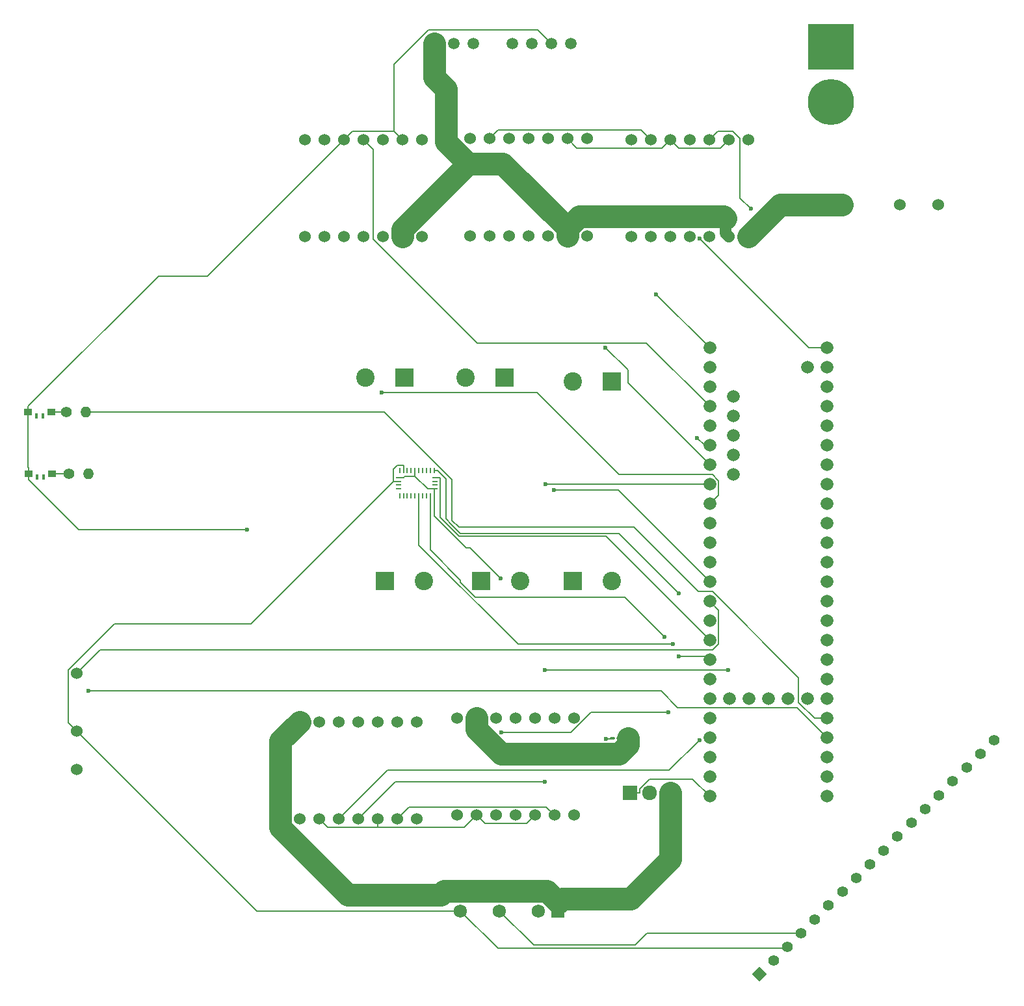
<source format=gtl>
%TF.GenerationSoftware,KiCad,Pcbnew,8.0.5*%
%TF.CreationDate,2024-11-19T17:17:41-05:00*%
%TF.ProjectId,RoboCup25PCBv1,526f626f-4375-4703-9235-50434276312e,rev?*%
%TF.SameCoordinates,Original*%
%TF.FileFunction,Copper,L1,Top*%
%TF.FilePolarity,Positive*%
%FSLAX46Y46*%
G04 Gerber Fmt 4.6, Leading zero omitted, Abs format (unit mm)*
G04 Created by KiCad (PCBNEW 8.0.5) date 2024-11-19 17:17:41*
%MOMM*%
%LPD*%
G01*
G04 APERTURE LIST*
G04 Aperture macros list*
%AMRoundRect*
0 Rectangle with rounded corners*
0 $1 Rounding radius*
0 $2 $3 $4 $5 $6 $7 $8 $9 X,Y pos of 4 corners*
0 Add a 4 corners polygon primitive as box body*
4,1,4,$2,$3,$4,$5,$6,$7,$8,$9,$2,$3,0*
0 Add four circle primitives for the rounded corners*
1,1,$1+$1,$2,$3*
1,1,$1+$1,$4,$5*
1,1,$1+$1,$6,$7*
1,1,$1+$1,$8,$9*
0 Add four rect primitives between the rounded corners*
20,1,$1+$1,$2,$3,$4,$5,0*
20,1,$1+$1,$4,$5,$6,$7,0*
20,1,$1+$1,$6,$7,$8,$9,0*
20,1,$1+$1,$8,$9,$2,$3,0*%
%AMRotRect*
0 Rectangle, with rotation*
0 The origin of the aperture is its center*
0 $1 length*
0 $2 width*
0 $3 Rotation angle, in degrees counterclockwise*
0 Add horizontal line*
21,1,$1,$2,0,0,$3*%
G04 Aperture macros list end*
%TA.AperFunction,ComponentPad*%
%ADD10R,2.400000X2.400000*%
%TD*%
%TA.AperFunction,ComponentPad*%
%ADD11C,2.400000*%
%TD*%
%TA.AperFunction,ComponentPad*%
%ADD12C,1.524000*%
%TD*%
%TA.AperFunction,ComponentPad*%
%ADD13R,1.920000X1.920000*%
%TD*%
%TA.AperFunction,ComponentPad*%
%ADD14C,1.920000*%
%TD*%
%TA.AperFunction,ComponentPad*%
%ADD15R,1.725000X1.725000*%
%TD*%
%TA.AperFunction,ComponentPad*%
%ADD16C,1.725000*%
%TD*%
%TA.AperFunction,SMDPad,CuDef*%
%ADD17R,0.254000X0.675000*%
%TD*%
%TA.AperFunction,SMDPad,CuDef*%
%ADD18R,0.675000X0.254000*%
%TD*%
%TA.AperFunction,ComponentPad*%
%ADD19C,1.400000*%
%TD*%
%TA.AperFunction,ComponentPad*%
%ADD20O,1.400000X1.400000*%
%TD*%
%TA.AperFunction,ComponentPad*%
%ADD21R,1.508000X1.508000*%
%TD*%
%TA.AperFunction,ComponentPad*%
%ADD22C,1.508000*%
%TD*%
%TA.AperFunction,SMDPad,CuDef*%
%ADD23R,1.000000X0.900000*%
%TD*%
%TA.AperFunction,SMDPad,CuDef*%
%ADD24R,0.400000X0.800000*%
%TD*%
%TA.AperFunction,ComponentPad*%
%ADD25C,1.665000*%
%TD*%
%TA.AperFunction,SMDPad,CuDef*%
%ADD26RoundRect,0.100000X-0.217500X-0.100000X0.217500X-0.100000X0.217500X0.100000X-0.217500X0.100000X0*%
%TD*%
%TA.AperFunction,ComponentPad*%
%ADD27C,6.000000*%
%TD*%
%TA.AperFunction,ComponentPad*%
%ADD28R,6.000000X6.000000*%
%TD*%
%TA.AperFunction,ComponentPad*%
%ADD29RotRect,1.398000X1.398000X45.000000*%
%TD*%
%TA.AperFunction,ComponentPad*%
%ADD30C,1.398000*%
%TD*%
%TA.AperFunction,ViaPad*%
%ADD31C,0.600000*%
%TD*%
%TA.AperFunction,Conductor*%
%ADD32C,0.200000*%
%TD*%
%TA.AperFunction,Conductor*%
%ADD33C,1.523800*%
%TD*%
%TA.AperFunction,Conductor*%
%ADD34C,3.000000*%
%TD*%
%TA.AperFunction,Conductor*%
%ADD35C,0.400600*%
%TD*%
%TA.AperFunction,Conductor*%
%ADD36C,1.919800*%
%TD*%
%TA.AperFunction,Conductor*%
%ADD37C,1.724800*%
%TD*%
G04 APERTURE END LIST*
D10*
%TO.P,J2,1,Pin_1*%
%TO.N,Net-(J2-Pin_1)*%
X332920000Y-201000000D03*
D11*
%TO.P,J2,2,Pin_2*%
%TO.N,12V GND*%
X338000000Y-201000000D03*
%TD*%
D12*
%TO.P,DRV8874_Carrier_Board3,1,VM*%
%TO.N,unconnected-(DRV8874_Carrier_Board3-VM-Pad1)*%
X317840000Y-231500000D03*
%TO.P,DRV8874_Carrier_Board3,2,GND*%
%TO.N,5V GND*%
X320380000Y-231500000D03*
%TO.P,DRV8874_Carrier_Board3,3,IN1*%
%TO.N,DIR2*%
X322920000Y-231500000D03*
%TO.P,DRV8874_Carrier_Board3,4,IN2*%
%TO.N,PWM2*%
X325460000Y-231500000D03*
%TO.P,DRV8874_Carrier_Board3,5,PMODE*%
%TO.N,5V GND*%
X328000000Y-231500000D03*
%TO.P,DRV8874_Carrier_Board3,6,SLP*%
%TO.N,5V*%
X330540000Y-231500000D03*
%TO.P,DRV8874_Carrier_Board3,7,VREF*%
%TO.N,unconnected-(DRV8874_Carrier_Board3-VREF-Pad7)*%
X333080000Y-231500000D03*
%TO.P,DRV8874_Carrier_Board3,8,CS*%
%TO.N,unconnected-(DRV8874_Carrier_Board3-CS-Pad8)*%
X333080000Y-218840000D03*
%TO.P,DRV8874_Carrier_Board3,9,FLT*%
%TO.N,unconnected-(DRV8874_Carrier_Board3-FLT-Pad9)*%
X330540000Y-218840000D03*
%TO.P,DRV8874_Carrier_Board3,10,IMODE*%
%TO.N,unconnected-(DRV8874_Carrier_Board3-IMODE-Pad10)*%
X328000000Y-218840000D03*
%TO.P,DRV8874_Carrier_Board3,11,OUT2*%
%TO.N,Net-(DRV8874_Carrier_Board3-OUT2)*%
X325460000Y-218840000D03*
%TO.P,DRV8874_Carrier_Board3,12,OUT1*%
%TO.N,Net-(DRV8874_Carrier_Board3-OUT1)*%
X322920000Y-218840000D03*
%TO.P,DRV8874_Carrier_Board3,13,GND*%
%TO.N,12V GND*%
X320380000Y-218840000D03*
%TO.P,DRV8874_Carrier_Board3,14,VIN*%
%TO.N,12V*%
X317840000Y-218840000D03*
%TD*%
%TO.P,SW2,1,B*%
%TO.N,3.3V*%
X268335000Y-220525000D03*
%TO.P,SW2,2,C*%
%TO.N,SWITCH_0*%
X268335000Y-213025000D03*
%TO.P,SW2,3,A*%
%TO.N,unconnected-(SW2-A-Pad3)*%
X268335000Y-225525000D03*
%TD*%
D13*
%TO.P,Q1,1,G*%
%TO.N,SOL*%
X340360000Y-228600000D03*
D14*
%TO.P,Q1,2,D*%
%TO.N,Net-(J2-Pin_1)*%
X342900000Y-228600000D03*
%TO.P,Q1,3,S*%
%TO.N,12V*%
X345440000Y-228600000D03*
%TD*%
D15*
%TO.P,PS2,1,+VIN*%
%TO.N,12V*%
X331000000Y-244000000D03*
D16*
%TO.P,PS2,2,-VIN*%
%TO.N,12V GND*%
X328460000Y-244000000D03*
%TO.P,PS2,4,-VOUT*%
%TO.N,3.3V GND*%
X323380000Y-244000000D03*
%TO.P,PS2,6,+VOUT*%
%TO.N,3.3V*%
X318300000Y-244000000D03*
%TD*%
D12*
%TO.P,DRV8874_Carrier_Board5,1,VM*%
%TO.N,unconnected-(DRV8874_Carrier_Board5-VM-Pad1)*%
X334740000Y-143340000D03*
%TO.P,DRV8874_Carrier_Board5,2,GND*%
%TO.N,5V GND*%
X332200000Y-143340000D03*
%TO.P,DRV8874_Carrier_Board5,3,IN1*%
%TO.N,DIR4*%
X329660000Y-143340000D03*
%TO.P,DRV8874_Carrier_Board5,4,IN2*%
%TO.N,PWM4*%
X327120000Y-143340000D03*
%TO.P,DRV8874_Carrier_Board5,5,PMODE*%
%TO.N,5V GND*%
X324580000Y-143340000D03*
%TO.P,DRV8874_Carrier_Board5,6,SLP*%
%TO.N,5V*%
X322040000Y-143340000D03*
%TO.P,DRV8874_Carrier_Board5,7,VREF*%
%TO.N,unconnected-(DRV8874_Carrier_Board5-VREF-Pad7)*%
X319500000Y-143340000D03*
%TO.P,DRV8874_Carrier_Board5,8,CS*%
%TO.N,unconnected-(DRV8874_Carrier_Board5-CS-Pad8)*%
X319500000Y-156000000D03*
%TO.P,DRV8874_Carrier_Board5,9,FLT*%
%TO.N,unconnected-(DRV8874_Carrier_Board5-FLT-Pad9)*%
X322040000Y-156000000D03*
%TO.P,DRV8874_Carrier_Board5,10,IMODE*%
%TO.N,unconnected-(DRV8874_Carrier_Board5-IMODE-Pad10)*%
X324580000Y-156000000D03*
%TO.P,DRV8874_Carrier_Board5,11,OUT2*%
%TO.N,Net-(DRV8874_Carrier_Board5-OUT2)*%
X327120000Y-156000000D03*
%TO.P,DRV8874_Carrier_Board5,12,OUT1*%
%TO.N,Net-(DRV8874_Carrier_Board5-OUT1)*%
X329660000Y-156000000D03*
%TO.P,DRV8874_Carrier_Board5,13,GND*%
%TO.N,12V GND*%
X332200000Y-156000000D03*
%TO.P,DRV8874_Carrier_Board5,14,VIN*%
%TO.N,12V*%
X334740000Y-156000000D03*
%TD*%
%TO.P,SW1,1,B*%
%TO.N,Net-(J1-POS)*%
X375500000Y-152000000D03*
%TO.P,SW1,2,C*%
%TO.N,12V*%
X368000000Y-152000000D03*
%TO.P,SW1,3,A*%
%TO.N,unconnected-(SW1-A-Pad3)*%
X380500000Y-152000000D03*
%TD*%
D10*
%TO.P,J7,1,Pin_1*%
%TO.N,Net-(DRV8874_Carrier_Board1-OUT1)*%
X311000000Y-174500000D03*
D11*
%TO.P,J7,2,Pin_2*%
%TO.N,Net-(DRV8874_Carrier_Board1-OUT2)*%
X305920000Y-174500000D03*
%TD*%
D10*
%TO.P,J3,1,Pin_1*%
%TO.N,Net-(DRV8874_Carrier_Board2-OUT1)*%
X308420000Y-201000000D03*
D11*
%TO.P,J3,2,Pin_2*%
%TO.N,Net-(DRV8874_Carrier_Board2-OUT2)*%
X313500000Y-201000000D03*
%TD*%
D17*
%TO.P,U6,1,PIN1*%
%TO.N,unconnected-(U6-PIN1-Pad1)*%
X310362500Y-186587500D03*
D18*
%TO.P,U6,2,GND*%
%TO.N,3.3V GND*%
X310225000Y-187500000D03*
%TO.P,U6,3,VDD*%
%TO.N,3.3V*%
X310225000Y-188000000D03*
%TO.P,U6,4,~{BOOT_LOAD_PIN}*%
%TO.N,unconnected-(U6-~{BOOT_LOAD_PIN}-Pad4)*%
X310225000Y-188500000D03*
%TO.P,U6,5,PS1*%
%TO.N,unconnected-(U6-PS1-Pad5)*%
X310225000Y-189000000D03*
D17*
%TO.P,U6,6,PS0*%
%TO.N,unconnected-(U6-PS0-Pad6)*%
X310362500Y-189912500D03*
%TO.P,U6,7,PIN7*%
%TO.N,unconnected-(U6-PIN7-Pad7)*%
X310862500Y-189912500D03*
%TO.P,U6,8,PIN8*%
%TO.N,unconnected-(U6-PIN8-Pad8)*%
X311362500Y-189912500D03*
%TO.P,U6,9,CAP*%
%TO.N,unconnected-(U6-CAP-Pad9)*%
X311862500Y-189912500D03*
%TO.P,U6,10,BL_IND*%
%TO.N,unconnected-(U6-BL_IND-Pad10)*%
X312362500Y-189912500D03*
%TO.P,U6,11,~{RESET}*%
%TO.N,IMU RESET*%
X312862500Y-189912500D03*
%TO.P,U6,12,PIN12*%
%TO.N,unconnected-(U6-PIN12-Pad12)*%
X313362500Y-189912500D03*
%TO.P,U6,13,PIN13*%
%TO.N,unconnected-(U6-PIN13-Pad13)*%
X313862500Y-189912500D03*
%TO.P,U6,14,INT*%
%TO.N,INTERRUPT*%
X314362500Y-189912500D03*
%TO.P,U6,15,GNDIO*%
%TO.N,3.3V GND*%
X314862500Y-189912500D03*
D18*
%TO.P,U6,16,GNDIO*%
X315000000Y-189000000D03*
%TO.P,U6,17,COM3*%
%TO.N,unconnected-(U6-COM3-Pad17)*%
X315000000Y-188500000D03*
%TO.P,U6,18,COM2*%
%TO.N,unconnected-(U6-COM2-Pad18)*%
X315000000Y-188000000D03*
%TO.P,U6,19,COM1*%
%TO.N,SCL*%
X315000000Y-187500000D03*
D17*
%TO.P,U6,20,COM0*%
%TO.N,SDA*%
X314862500Y-186587500D03*
%TO.P,U6,21,PIN21*%
%TO.N,unconnected-(U6-PIN21-Pad21)*%
X314362500Y-186587500D03*
%TO.P,U6,22,PIN22*%
%TO.N,unconnected-(U6-PIN22-Pad22)*%
X313862500Y-186587500D03*
%TO.P,U6,23,PIN23*%
%TO.N,unconnected-(U6-PIN23-Pad23)*%
X313362500Y-186587500D03*
%TO.P,U6,24,PIN24*%
%TO.N,unconnected-(U6-PIN24-Pad24)*%
X312862500Y-186587500D03*
%TO.P,U6,25,GNDIO*%
%TO.N,3.3V GND*%
X312362500Y-186587500D03*
%TO.P,U6,26,XOUT32*%
%TO.N,unconnected-(U6-XOUT32-Pad26)*%
X311862500Y-186587500D03*
%TO.P,U6,27,XIN32*%
%TO.N,unconnected-(U6-XIN32-Pad27)*%
X311362500Y-186587500D03*
%TO.P,U6,28,VDDIO*%
%TO.N,3.3V*%
X310862500Y-186587500D03*
%TD*%
D12*
%TO.P,DRV8874_Carrier_Board2,1,VM*%
%TO.N,unconnected-(DRV8874_Carrier_Board2-VM-Pad1)*%
X297340000Y-232000000D03*
%TO.P,DRV8874_Carrier_Board2,2,GND*%
%TO.N,5V GND*%
X299880000Y-232000000D03*
%TO.P,DRV8874_Carrier_Board2,3,IN1*%
%TO.N,DIR1*%
X302420000Y-232000000D03*
%TO.P,DRV8874_Carrier_Board2,4,IN2*%
%TO.N,PWM1*%
X304960000Y-232000000D03*
%TO.P,DRV8874_Carrier_Board2,5,PMODE*%
%TO.N,5V GND*%
X307500000Y-232000000D03*
%TO.P,DRV8874_Carrier_Board2,6,SLP*%
%TO.N,5V*%
X310040000Y-232000000D03*
%TO.P,DRV8874_Carrier_Board2,7,VREF*%
%TO.N,unconnected-(DRV8874_Carrier_Board2-VREF-Pad7)*%
X312580000Y-232000000D03*
%TO.P,DRV8874_Carrier_Board2,8,CS*%
%TO.N,unconnected-(DRV8874_Carrier_Board2-CS-Pad8)*%
X312580000Y-219340000D03*
%TO.P,DRV8874_Carrier_Board2,9,FLT*%
%TO.N,unconnected-(DRV8874_Carrier_Board2-FLT-Pad9)*%
X310040000Y-219340000D03*
%TO.P,DRV8874_Carrier_Board2,10,IMODE*%
%TO.N,unconnected-(DRV8874_Carrier_Board2-IMODE-Pad10)*%
X307500000Y-219340000D03*
%TO.P,DRV8874_Carrier_Board2,11,OUT2*%
%TO.N,Net-(DRV8874_Carrier_Board2-OUT2)*%
X304960000Y-219340000D03*
%TO.P,DRV8874_Carrier_Board2,12,OUT1*%
%TO.N,Net-(DRV8874_Carrier_Board2-OUT1)*%
X302420000Y-219340000D03*
%TO.P,DRV8874_Carrier_Board2,13,GND*%
%TO.N,12V GND*%
X299880000Y-219340000D03*
%TO.P,DRV8874_Carrier_Board2,14,VIN*%
%TO.N,12V*%
X297340000Y-219340000D03*
%TD*%
D19*
%TO.P,R1,1*%
%TO.N,Net-(D2-A)*%
X266960000Y-179000000D03*
D20*
%TO.P,R1,2*%
%TO.N,LED1*%
X269500000Y-179000000D03*
%TD*%
D21*
%TO.P,PS1,1,-VIN*%
%TO.N,12V GND*%
X314920000Y-131000000D03*
D22*
%TO.P,PS1,2,+VIN*%
%TO.N,12V*%
X317460000Y-131000000D03*
%TO.P,PS1,3,CTRL*%
%TO.N,unconnected-(PS1-CTRL-Pad3)*%
X320000000Y-131000000D03*
%TO.P,PS1,5,NC*%
%TO.N,unconnected-(PS1-NC-Pad5)*%
X325080000Y-131000000D03*
%TO.P,PS1,6,+VOUT*%
%TO.N,5V*%
X327620000Y-131000000D03*
%TO.P,PS1,7,-VOUT*%
%TO.N,5V GND*%
X330160000Y-131000000D03*
%TO.P,PS1,8,NC*%
%TO.N,unconnected-(PS1-NC-Pad8)*%
X332700000Y-131000000D03*
%TD*%
D12*
%TO.P,DRV8874_Carrier_Board4,1,VM*%
%TO.N,unconnected-(DRV8874_Carrier_Board4-VM-Pad1)*%
X355780000Y-143500000D03*
%TO.P,DRV8874_Carrier_Board4,2,GND*%
%TO.N,5V GND*%
X353240000Y-143500000D03*
%TO.P,DRV8874_Carrier_Board4,3,IN1*%
%TO.N,DIR3*%
X350700000Y-143500000D03*
%TO.P,DRV8874_Carrier_Board4,4,IN2*%
%TO.N,PWM3*%
X348160000Y-143500000D03*
%TO.P,DRV8874_Carrier_Board4,5,PMODE*%
%TO.N,5V GND*%
X345620000Y-143500000D03*
%TO.P,DRV8874_Carrier_Board4,6,SLP*%
%TO.N,5V*%
X343080000Y-143500000D03*
%TO.P,DRV8874_Carrier_Board4,7,VREF*%
%TO.N,unconnected-(DRV8874_Carrier_Board4-VREF-Pad7)*%
X340540000Y-143500000D03*
%TO.P,DRV8874_Carrier_Board4,8,CS*%
%TO.N,unconnected-(DRV8874_Carrier_Board4-CS-Pad8)*%
X340540000Y-156160000D03*
%TO.P,DRV8874_Carrier_Board4,9,FLT*%
%TO.N,unconnected-(DRV8874_Carrier_Board4-FLT-Pad9)*%
X343080000Y-156160000D03*
%TO.P,DRV8874_Carrier_Board4,10,IMODE*%
%TO.N,unconnected-(DRV8874_Carrier_Board4-IMODE-Pad10)*%
X345620000Y-156160000D03*
%TO.P,DRV8874_Carrier_Board4,11,OUT2*%
%TO.N,Net-(DRV8874_Carrier_Board4-OUT2)*%
X348160000Y-156160000D03*
%TO.P,DRV8874_Carrier_Board4,12,OUT1*%
%TO.N,Net-(DRV8874_Carrier_Board4-OUT1)*%
X350700000Y-156160000D03*
%TO.P,DRV8874_Carrier_Board4,13,GND*%
%TO.N,12V GND*%
X353240000Y-156160000D03*
%TO.P,DRV8874_Carrier_Board4,14,VIN*%
%TO.N,12V*%
X355780000Y-156160000D03*
%TD*%
D23*
%TO.P,D3,1,K*%
%TO.N,5V GND*%
X262067500Y-187000000D03*
%TO.P,D3,2,A*%
%TO.N,Net-(D3-A)*%
X265067500Y-187000000D03*
D24*
%TO.P,D3,3*%
%TO.N,N/C*%
X263967500Y-187450000D03*
%TO.P,D3,4*%
X263167500Y-187450000D03*
%TD*%
D25*
%TO.P,IC1,1,TX1*%
%TO.N,unconnected-(IC1-TX1-Pad1)*%
X350760000Y-175720000D03*
%TO.P,IC1,2,OUT2*%
%TO.N,PWM0*%
X350760000Y-178260000D03*
%TO.P,IC1,3,LRCLK2*%
%TO.N,PWM1*%
X350760000Y-180800000D03*
%TO.P,IC1,4,BCLK2*%
%TO.N,PWM2*%
X350760000Y-183340000D03*
%TO.P,IC1,5,IN2*%
%TO.N,PWM3*%
X350760000Y-185880000D03*
%TO.P,IC1,6,OUT1D*%
%TO.N,PWM4*%
X350760000Y-188420000D03*
%TO.P,IC1,7,RX2*%
%TO.N,DIR0*%
X350760000Y-190960000D03*
%TO.P,IC1,8,TX2*%
%TO.N,DIR1*%
X350760000Y-193500000D03*
%TO.P,IC1,9,OUT1C*%
%TO.N,DIR2*%
X350760000Y-196040000D03*
%TO.P,IC1,10,CS_1*%
%TO.N,DIR3*%
X350760000Y-198580000D03*
%TO.P,IC1,11,MOSI*%
%TO.N,DIR4*%
X350760000Y-201120000D03*
%TO.P,IC1,12,MISO*%
%TO.N,SWITCH_0*%
X350760000Y-203660000D03*
%TO.P,IC1,13,SCK*%
%TO.N,unconnected-(IC1-SCK-Pad13)*%
X366000000Y-203660000D03*
%TO.P,IC1,14,A0*%
%TO.N,A0*%
X366000000Y-201120000D03*
%TO.P,IC1,15,A1*%
%TO.N,A1*%
X366000000Y-198580000D03*
%TO.P,IC1,16,A2*%
%TO.N,A2*%
X366000000Y-196040000D03*
%TO.P,IC1,17,A3*%
%TO.N,A3*%
X366000000Y-193500000D03*
%TO.P,IC1,18,A4*%
%TO.N,A4*%
X366000000Y-190960000D03*
%TO.P,IC1,19,A5*%
%TO.N,A5*%
X366000000Y-188420000D03*
%TO.P,IC1,20,A6*%
%TO.N,A6*%
X366000000Y-185880000D03*
%TO.P,IC1,21,A7*%
%TO.N,A7*%
X366000000Y-183340000D03*
%TO.P,IC1,22,A8*%
%TO.N,A8*%
X366000000Y-180800000D03*
%TO.P,IC1,23,A9*%
%TO.N,A9*%
X366000000Y-178260000D03*
%TO.P,IC1,24,A10*%
%TO.N,SCL*%
X350760000Y-208740000D03*
%TO.P,IC1,25,A11*%
%TO.N,SDA*%
X350760000Y-211280000D03*
%TO.P,IC1,26,A12*%
%TO.N,A10*%
X350760000Y-213820000D03*
%TO.P,IC1,27,A13*%
%TO.N,A11*%
X350760000Y-216360000D03*
%TO.P,IC1,28,RX7*%
%TO.N,unconnected-(IC1-RX7-Pad28)*%
X350760000Y-218900000D03*
%TO.P,IC1,29,TX7*%
%TO.N,unconnected-(IC1-TX7-Pad29)*%
X350760000Y-221440000D03*
%TO.P,IC1,30,CRX3*%
%TO.N,IMU RESET*%
X350760000Y-223980000D03*
%TO.P,IC1,31,CTX3*%
%TO.N,INTERRUPT*%
X350760000Y-226520000D03*
%TO.P,IC1,32,OUT1B*%
%TO.N,SOL*%
X350760000Y-229060000D03*
%TO.P,IC1,33,MCLK2*%
%TO.N,unconnected-(IC1-MCLK2-Pad33)*%
X366000000Y-229060000D03*
%TO.P,IC1,34,RX8*%
%TO.N,unconnected-(IC1-RX8-Pad34)*%
X366000000Y-226520000D03*
%TO.P,IC1,35,TX8*%
%TO.N,unconnected-(IC1-TX8-Pad35)*%
X366000000Y-223980000D03*
%TO.P,IC1,36,CS_2*%
%TO.N,LED2*%
X366000000Y-221440000D03*
%TO.P,IC1,37,CS_3*%
%TO.N,LED1*%
X366000000Y-218900000D03*
%TO.P,IC1,38,A14*%
%TO.N,A12*%
X366000000Y-216360000D03*
%TO.P,IC1,39,A15*%
%TO.N,A13*%
X366000000Y-213820000D03*
%TO.P,IC1,40,A16*%
%TO.N,A14*%
X366000000Y-211280000D03*
%TO.P,IC1,41,A17*%
%TO.N,A15*%
X366000000Y-208740000D03*
%TO.P,IC1,42,3.3V_1*%
%TO.N,unconnected-(IC1-3.3V_1-Pad42)*%
X350760000Y-206200000D03*
%TO.P,IC1,43,VBAT*%
%TO.N,unconnected-(IC1-VBAT-Pad43)*%
X353300000Y-216360000D03*
%TO.P,IC1,44,3.3V_2*%
%TO.N,unconnected-(IC1-3.3V_2-Pad44)*%
X355840000Y-216360000D03*
%TO.P,IC1,45,GND_1*%
%TO.N,unconnected-(IC1-GND_1-Pad45)*%
X358380000Y-216360000D03*
%TO.P,IC1,46,PROGRAM*%
%TO.N,unconnected-(IC1-PROGRAM-Pad46)*%
X360920000Y-216360000D03*
%TO.P,IC1,47,ON/OFF*%
%TO.N,unconnected-(IC1-ON{slash}OFF-Pad47)*%
X363460000Y-216360000D03*
%TO.P,IC1,48,GND_2*%
%TO.N,unconnected-(IC1-GND_2-Pad48)*%
X353810000Y-187150000D03*
%TO.P,IC1,49,GND_3*%
%TO.N,unconnected-(IC1-GND_3-Pad49)*%
X353810000Y-184610000D03*
%TO.P,IC1,50,D+*%
%TO.N,unconnected-(IC1-D+-Pad50)*%
X353810000Y-182070000D03*
%TO.P,IC1,51,D-*%
%TO.N,unconnected-(IC1-D--Pad51)*%
X353810000Y-179530000D03*
%TO.P,IC1,52,+5V*%
%TO.N,unconnected-(IC1-+5V-Pad52)*%
X353810000Y-176990000D03*
%TO.P,IC1,53,3.3V_(250_M_A_MAX)*%
%TO.N,unconnected-(IC1-3.3V_(250_M_A_MAX)-Pad53)*%
X366000000Y-175720000D03*
%TO.P,IC1,55,VIN_(3.6_TO_5.5_VOLTS)*%
%TO.N,5V*%
X366000000Y-170640000D03*
%TO.P,IC1,57,RX1*%
%TO.N,unconnected-(IC1-RX1-Pad57)*%
X350760000Y-173180000D03*
%TO.P,IC1,68,VUSB*%
%TO.N,unconnected-(IC1-VUSB-Pad68)*%
X363460000Y-173180000D03*
%TO.P,IC1,69,GND_4*%
%TO.N,unconnected-(IC1-GND_4-Pad69)*%
X366000000Y-206200000D03*
%TO.P,IC1,70,GND_5*%
%TO.N,unconnected-(IC1-GND_5-Pad70)*%
X366000000Y-173180000D03*
%TO.P,IC1,71,GND_6*%
%TO.N,5V GND*%
X350760000Y-170640000D03*
%TD*%
D12*
%TO.P,DRV8874_Carrier_Board1,1,VM*%
%TO.N,unconnected-(DRV8874_Carrier_Board1-VM-Pad1)*%
X313280000Y-143500000D03*
%TO.P,DRV8874_Carrier_Board1,2,GND*%
%TO.N,5V GND*%
X310740000Y-143500000D03*
%TO.P,DRV8874_Carrier_Board1,3,IN1*%
%TO.N,DIR0*%
X308200000Y-143500000D03*
%TO.P,DRV8874_Carrier_Board1,4,IN2*%
%TO.N,PWM0*%
X305660000Y-143500000D03*
%TO.P,DRV8874_Carrier_Board1,5,PMODE*%
%TO.N,5V GND*%
X303120000Y-143500000D03*
%TO.P,DRV8874_Carrier_Board1,6,SLP*%
%TO.N,5V*%
X300580000Y-143500000D03*
%TO.P,DRV8874_Carrier_Board1,7,VREF*%
%TO.N,unconnected-(DRV8874_Carrier_Board1-VREF-Pad7)*%
X298040000Y-143500000D03*
%TO.P,DRV8874_Carrier_Board1,8,CS*%
%TO.N,unconnected-(DRV8874_Carrier_Board1-CS-Pad8)*%
X298040000Y-156160000D03*
%TO.P,DRV8874_Carrier_Board1,9,FLT*%
%TO.N,unconnected-(DRV8874_Carrier_Board1-FLT-Pad9)*%
X300580000Y-156160000D03*
%TO.P,DRV8874_Carrier_Board1,10,IMODE*%
%TO.N,unconnected-(DRV8874_Carrier_Board1-IMODE-Pad10)*%
X303120000Y-156160000D03*
%TO.P,DRV8874_Carrier_Board1,11,OUT2*%
%TO.N,Net-(DRV8874_Carrier_Board1-OUT2)*%
X305660000Y-156160000D03*
%TO.P,DRV8874_Carrier_Board1,12,OUT1*%
%TO.N,Net-(DRV8874_Carrier_Board1-OUT1)*%
X308200000Y-156160000D03*
%TO.P,DRV8874_Carrier_Board1,13,GND*%
%TO.N,12V GND*%
X310740000Y-156160000D03*
%TO.P,DRV8874_Carrier_Board1,14,VIN*%
%TO.N,12V*%
X313280000Y-156160000D03*
%TD*%
D26*
%TO.P,C1,1*%
%TO.N,SOL*%
X338092500Y-221500000D03*
%TO.P,C1,2*%
%TO.N,12V GND*%
X338907500Y-221500000D03*
%TD*%
D27*
%TO.P,J1,N,NEG*%
%TO.N,12V GND*%
X366500000Y-138600000D03*
D28*
%TO.P,J1,P,POS*%
%TO.N,Net-(J1-POS)*%
X366500000Y-131400000D03*
%TD*%
D10*
%TO.P,J4,1,Pin_1*%
%TO.N,Net-(DRV8874_Carrier_Board3-OUT1)*%
X321000000Y-201000000D03*
D11*
%TO.P,J4,2,Pin_2*%
%TO.N,Net-(DRV8874_Carrier_Board3-OUT2)*%
X326080000Y-201000000D03*
%TD*%
D19*
%TO.P,R2,1*%
%TO.N,Net-(D3-A)*%
X267280000Y-187000000D03*
D20*
%TO.P,R2,2*%
%TO.N,LED2*%
X269820000Y-187000000D03*
%TD*%
D29*
%TO.P,J8,1,Pin_1*%
%TO.N,A11*%
X357243465Y-252256535D03*
D30*
%TO.P,J8,2,Pin_2*%
%TO.N,A10*%
X359039516Y-250460484D03*
%TO.P,J8,3,Pin_3*%
%TO.N,3.3V*%
X360835567Y-248664433D03*
%TO.P,J8,4,Pin_4*%
%TO.N,3.3V GND*%
X362631618Y-246868382D03*
%TO.P,J8,5,Pin_5*%
%TO.N,A12*%
X364427669Y-245072331D03*
%TO.P,J8,6,Pin_6*%
%TO.N,A13*%
X366223721Y-243276279D03*
%TO.P,J8,7,Pin_7*%
%TO.N,A14*%
X368019772Y-241480228D03*
%TO.P,J8,8,Pin_8*%
%TO.N,A15*%
X369815823Y-239684177D03*
%TO.P,J8,9,Pin_9*%
%TO.N,A0*%
X371611874Y-237888126D03*
%TO.P,J8,10,Pin_10*%
%TO.N,A1*%
X373407926Y-236092074D03*
%TO.P,J8,11,Pin_11*%
%TO.N,A2*%
X375203977Y-234296023D03*
%TO.P,J8,12,Pin_12*%
%TO.N,A3*%
X377000028Y-232499972D03*
%TO.P,J8,13,Pin_13*%
%TO.N,A4*%
X378796079Y-230703921D03*
%TO.P,J8,14,Pin_14*%
%TO.N,A5*%
X380592131Y-228907869D03*
%TO.P,J8,15,Pin_15*%
%TO.N,A6*%
X382388182Y-227111818D03*
%TO.P,J8,16,Pin_16*%
%TO.N,A7*%
X384184233Y-225315767D03*
%TO.P,J8,17,Pin_17*%
%TO.N,A8*%
X385980284Y-223519716D03*
%TO.P,J8,18,Pin_18*%
%TO.N,A9*%
X387776335Y-221723665D03*
%TD*%
D23*
%TO.P,D2,1,K*%
%TO.N,5V GND*%
X262000000Y-179000000D03*
%TO.P,D2,2,A*%
%TO.N,Net-(D2-A)*%
X265000000Y-179000000D03*
D24*
%TO.P,D2,3*%
%TO.N,N/C*%
X263900000Y-179450000D03*
%TO.P,D2,4*%
X263100000Y-179450000D03*
%TD*%
D10*
%TO.P,J5,1,Pin_1*%
%TO.N,Net-(DRV8874_Carrier_Board4-OUT1)*%
X338000000Y-175000000D03*
D11*
%TO.P,J5,2,Pin_2*%
%TO.N,Net-(DRV8874_Carrier_Board4-OUT2)*%
X332920000Y-175000000D03*
%TD*%
D10*
%TO.P,J6,1,Pin_1*%
%TO.N,Net-(DRV8874_Carrier_Board5-OUT1)*%
X324000000Y-174500000D03*
D11*
%TO.P,J6,2,Pin_2*%
%TO.N,Net-(DRV8874_Carrier_Board5-OUT2)*%
X318920000Y-174500000D03*
%TD*%
D31*
%TO.N,DIR1*%
X349412000Y-221737000D03*
%TO.N,INTERRUPT*%
X344892000Y-208278000D03*
%TO.N,PWM4*%
X329376000Y-188420000D03*
%TO.N,DIR4*%
X330457000Y-189165000D03*
%TO.N,DIR3*%
X356130000Y-152510000D03*
%TO.N,5V*%
X349430000Y-156398000D03*
%TO.N,PWM1*%
X329308800Y-212573800D03*
X353168000Y-212573800D03*
X329308800Y-227155100D03*
%TO.N,DIR2*%
X323641000Y-220750000D03*
X345333000Y-218135000D03*
%TO.N,PWM3*%
X337148000Y-170573000D03*
%TO.N,SDA*%
X346693000Y-202577000D03*
X346693000Y-210813000D03*
%TO.N,5V GND*%
X343773000Y-163653000D03*
X290538000Y-194279000D03*
%TO.N,IMU RESET*%
X345959000Y-209218000D03*
%TO.N,DIR0*%
X308000000Y-176468000D03*
%TO.N,PWM2*%
X349129000Y-182340000D03*
%TO.N,LED2*%
X269820000Y-215337000D03*
%TO.N,3.3V GND*%
X323518000Y-200663000D03*
%TO.N,SOL*%
X337270000Y-221549000D03*
%TD*%
D32*
%TO.N,DIR1*%
X345480000Y-225670000D02*
X308750000Y-225670000D01*
X349412000Y-221737000D02*
X345480000Y-225670000D01*
X308750000Y-225670000D02*
X302420000Y-232000000D01*
%TO.N,INTERRUPT*%
X318305000Y-200895000D02*
X318305000Y-201177000D01*
X318305000Y-201177000D02*
X320216000Y-203089000D01*
X320216000Y-203089000D02*
X339703000Y-203089000D01*
X314362500Y-193431500D02*
X314362500Y-189912500D01*
X314362000Y-196952000D02*
X318305000Y-200895000D01*
X314362000Y-193432000D02*
X314362000Y-196952000D01*
X339703000Y-203089000D02*
X344892000Y-208278000D01*
X314362000Y-189912000D02*
X314362000Y-193432000D01*
X314362000Y-193432000D02*
X314362500Y-193431500D01*
%TO.N,PWM4*%
X350760000Y-188420000D02*
X329376000Y-188420000D01*
%TO.N,DIR4*%
X350760000Y-201120000D02*
X338805000Y-189165000D01*
X338805000Y-189165000D02*
X330457000Y-189165000D01*
%TO.N,DIR3*%
X353755000Y-142412000D02*
X351788000Y-142412000D01*
X351788000Y-142412000D02*
X350700000Y-143500000D01*
X354716000Y-143374000D02*
X353755000Y-142412000D01*
X356130000Y-152510000D02*
X354716000Y-151096000D01*
X354716000Y-151096000D02*
X354716000Y-143374000D01*
%TO.N,5V*%
X363672000Y-170640000D02*
X349430000Y-156398000D01*
X310040000Y-232000000D02*
X311608000Y-230432000D01*
X323168000Y-142212000D02*
X341792000Y-142212000D01*
X322040000Y-143340000D02*
X323168000Y-142212000D01*
X366000000Y-170640000D02*
X363672000Y-170640000D01*
X329472000Y-230432000D02*
X330540000Y-231500000D01*
X341792000Y-142212000D02*
X343080000Y-143500000D01*
X311608000Y-230432000D02*
X329472000Y-230432000D01*
%TO.N,PWM1*%
X309804900Y-227155100D02*
X329308800Y-227155100D01*
X329308800Y-212573800D02*
X353168000Y-212573800D01*
X304960000Y-232000000D02*
X309804900Y-227155100D01*
%TO.N,LED1*%
X362326000Y-216830000D02*
X362326000Y-213588000D01*
X318058000Y-193992000D02*
X317148000Y-193081000D01*
X340856000Y-193992000D02*
X318058000Y-193992000D01*
X317148000Y-187807000D02*
X308341000Y-179000000D01*
X317148000Y-193081000D02*
X317148000Y-187807000D01*
X349254000Y-202390000D02*
X340856000Y-193992000D01*
X362326000Y-213588000D02*
X351128000Y-202390000D01*
X366000000Y-218900000D02*
X364396000Y-218900000D01*
X308341000Y-179000000D02*
X269500000Y-179000000D01*
X364396000Y-218900000D02*
X362326000Y-216830000D01*
X351128000Y-202390000D02*
X349254000Y-202390000D01*
%TO.N,Net-(D2-A)*%
X265000000Y-179000000D02*
X266960000Y-179000000D01*
%TO.N,SCL*%
X318122000Y-195193000D02*
X315639000Y-192711000D01*
X315639000Y-192711000D02*
X315639000Y-187500000D01*
X350760000Y-208740000D02*
X337213000Y-195193000D01*
X337213000Y-195193000D02*
X318122000Y-195193000D01*
X315639000Y-187500000D02*
X315000000Y-187500000D01*
%TO.N,DIR2*%
X345333000Y-218135000D02*
X335289000Y-218135000D01*
X335289000Y-218135000D02*
X332675000Y-220750000D01*
X332675000Y-220750000D02*
X323641000Y-220750000D01*
%TO.N,PWM3*%
X340075000Y-173500000D02*
X337148000Y-170573000D01*
X340075000Y-175195000D02*
X340075000Y-173500000D01*
X350760000Y-185880000D02*
X340075000Y-175195000D01*
%TO.N,SDA*%
X314863000Y-186588000D02*
X314862500Y-186587500D01*
X315313000Y-186588000D02*
X314863000Y-186588000D01*
X350760000Y-211280000D02*
X350293000Y-210813000D01*
X318290000Y-194792000D02*
X317206000Y-193708000D01*
X316393000Y-187668000D02*
X315313000Y-186588000D01*
X317204000Y-193708000D02*
X316393000Y-192897000D01*
X316393000Y-192897000D02*
X316393000Y-187668000D01*
X317206000Y-193708000D02*
X317204000Y-193708000D01*
X346693000Y-202577000D02*
X338908000Y-194792000D01*
X350293000Y-210813000D02*
X346693000Y-210813000D01*
X338908000Y-194792000D02*
X318290000Y-194792000D01*
X314863000Y-186588000D02*
X314862000Y-186588000D01*
%TO.N,5V GND*%
X303120000Y-143500000D02*
X304203000Y-142417000D01*
X299880000Y-232000000D02*
X300984000Y-233104000D01*
X307500000Y-233104000D02*
X318776000Y-233104000D01*
X344532000Y-144588000D02*
X333448000Y-144588000D01*
X309657000Y-133675000D02*
X314151000Y-129180000D01*
X328000000Y-231500000D02*
X326911000Y-232589000D01*
X307500000Y-232000000D02*
X307500000Y-233104000D01*
X318776000Y-233104000D02*
X320380000Y-231500000D01*
X300984000Y-233104000D02*
X307500000Y-233104000D01*
X309657000Y-142417000D02*
X310740000Y-143500000D01*
X321469000Y-232589000D02*
X320380000Y-231500000D01*
X309657000Y-142417000D02*
X309657000Y-133675000D01*
X328340000Y-129180000D02*
X330160000Y-131000000D01*
X262068000Y-187752000D02*
X262068000Y-187000000D01*
X285366000Y-161254000D02*
X303120000Y-143500000D01*
X345620000Y-143500000D02*
X344532000Y-144588000D01*
X352169000Y-144571000D02*
X353240000Y-143500000D01*
X304203000Y-142417000D02*
X309657000Y-142417000D01*
X278994000Y-161254000D02*
X285366000Y-161254000D01*
X262068000Y-186248000D02*
X262000000Y-186181000D01*
X314151000Y-129180000D02*
X328340000Y-129180000D01*
X262068000Y-187000000D02*
X262067500Y-187000000D01*
X262000000Y-179000000D02*
X262000000Y-178248000D01*
X345620000Y-143500000D02*
X346691000Y-144571000D01*
X268595000Y-194279000D02*
X262068000Y-187752000D01*
X346691000Y-144571000D02*
X352169000Y-144571000D01*
X262068000Y-187000000D02*
X262068000Y-186248000D01*
X262000000Y-186181000D02*
X262000000Y-179000000D01*
X350760000Y-170640000D02*
X343773000Y-163653000D01*
X333448000Y-144588000D02*
X332200000Y-143340000D01*
X326911000Y-232589000D02*
X321469000Y-232589000D01*
X262000000Y-178248000D02*
X278994000Y-161254000D01*
X290538000Y-194279000D02*
X268595000Y-194279000D01*
%TO.N,IMU RESET*%
X312862000Y-193107500D02*
X312862500Y-193107000D01*
X312862500Y-193107000D02*
X312862500Y-189912500D01*
X312862000Y-196303000D02*
X325778000Y-209218000D01*
X312862000Y-193107500D02*
X312862000Y-196303000D01*
X325778000Y-209218000D02*
X345959000Y-209218000D01*
X312862000Y-189912000D02*
X312862000Y-193107500D01*
%TO.N,DIR0*%
X338902000Y-187150000D02*
X328220000Y-176468000D01*
X350760000Y-190960000D02*
X351913000Y-189807000D01*
X351148000Y-187150000D02*
X338902000Y-187150000D01*
X351913000Y-187914000D02*
X351148000Y-187150000D01*
X351913000Y-189807000D02*
X351913000Y-187914000D01*
X328220000Y-176468000D02*
X308000000Y-176468000D01*
%TO.N,PWM2*%
X350760000Y-183340000D02*
X350129000Y-183340000D01*
X350129000Y-183340000D02*
X349129000Y-182340000D01*
%TO.N,LED2*%
X344390000Y-215337000D02*
X269820000Y-215337000D01*
X346588000Y-217535000D02*
X344390000Y-215337000D01*
X366000000Y-221440000D02*
X362095000Y-217535000D01*
X362095000Y-217535000D02*
X346588000Y-217535000D01*
%TO.N,PWM0*%
X306930000Y-156467000D02*
X306930000Y-144770000D01*
X350760000Y-178260000D02*
X342471000Y-169971000D01*
X320434000Y-169971000D02*
X306930000Y-156467000D01*
X342471000Y-169971000D02*
X320434000Y-169971000D01*
X306930000Y-144770000D02*
X305660000Y-143500000D01*
D33*
%TO.N,12V GND*%
X352779000Y-155699000D02*
X353240000Y-156160000D01*
D34*
X320380000Y-220322000D02*
X320380000Y-218840000D01*
X340112000Y-221500000D02*
X340112000Y-222364000D01*
X316390000Y-143754000D02*
X319276000Y-146640000D01*
X323803000Y-146640000D02*
X332200000Y-155037000D01*
X314920000Y-135402000D02*
X316390000Y-136872000D01*
X316390000Y-136872000D02*
X316390000Y-143754000D01*
X332200000Y-155037000D02*
X332200000Y-156000000D01*
X314920000Y-131000000D02*
X314920000Y-135402000D01*
D33*
X352779000Y-153758000D02*
X352779000Y-155699000D01*
D34*
X310740000Y-155176000D02*
X319276000Y-146640000D01*
X352779000Y-153758000D02*
X352529000Y-153508000D01*
X338924000Y-223552000D02*
X323610000Y-223552000D01*
X352529000Y-153508000D02*
X333729000Y-153508000D01*
X323610000Y-223552000D02*
X320380000Y-220322000D01*
X333729000Y-153508000D02*
X332200000Y-155037000D01*
X340112000Y-222364000D02*
X338924000Y-223552000D01*
D35*
X340112000Y-221500000D02*
X338908000Y-221500000D01*
D34*
X319276000Y-146640000D02*
X323803000Y-146640000D01*
X310740000Y-156160000D02*
X310740000Y-155176000D01*
D32*
%TO.N,3.3V*%
X310862000Y-186268000D02*
X310862500Y-186268500D01*
X360651000Y-248849000D02*
X323149000Y-248849000D01*
X291810000Y-244000000D02*
X268335000Y-220525000D01*
X310862000Y-185948000D02*
X310862000Y-186268000D01*
X323149000Y-248849000D02*
X318300000Y-244000000D01*
X310225000Y-188000000D02*
X309586000Y-188000000D01*
X273254000Y-206597000D02*
X290989000Y-206597000D01*
X318300000Y-244000000D02*
X291810000Y-244000000D01*
X310068000Y-185948000D02*
X310862000Y-185948000D01*
X310862500Y-186268500D02*
X310862500Y-186587500D01*
X268335000Y-220525000D02*
X267250000Y-219440000D01*
X309586000Y-188000000D02*
X309586000Y-186431000D01*
X360835600Y-248664400D02*
X360651000Y-248849000D01*
X310862000Y-186268000D02*
X310862000Y-186588000D01*
X360836000Y-248664000D02*
X360835600Y-248664400D01*
X290989000Y-206597000D02*
X309586000Y-188000000D01*
X267250000Y-219440000D02*
X267250000Y-212601000D01*
X309586000Y-186431000D02*
X310068000Y-185948000D01*
X267250000Y-212601000D02*
X273254000Y-206597000D01*
%TO.N,3.3V GND*%
X362631600Y-246868000D02*
X362632000Y-246868000D01*
X314862000Y-189000000D02*
X315000000Y-189000000D01*
X312362000Y-187363000D02*
X311001000Y-187363000D01*
X313999000Y-189000000D02*
X312362000Y-187363000D01*
X327825000Y-248445000D02*
X341022000Y-248445000D01*
X310864000Y-187500000D02*
X310225000Y-187500000D01*
X342599000Y-246868000D02*
X362631600Y-246868000D01*
X314862000Y-190769500D02*
X314862000Y-192539000D01*
X314862000Y-189000000D02*
X314862000Y-190769500D01*
X362631600Y-246868400D02*
X362631600Y-246868000D01*
X314862000Y-192539000D02*
X319033000Y-196710000D01*
X312362000Y-186588000D02*
X312362000Y-187363000D01*
X341022000Y-248445000D02*
X342599000Y-246868000D01*
X323380000Y-244000000D02*
X327825000Y-248445000D01*
X319033000Y-196710000D02*
X319565000Y-196710000D01*
X314862500Y-190769000D02*
X314862500Y-189912500D01*
X314862000Y-189000000D02*
X313999000Y-189000000D01*
X314862000Y-190769500D02*
X314862500Y-190769000D01*
X319565000Y-196710000D02*
X323518000Y-200663000D01*
X311001000Y-187363000D02*
X310864000Y-187500000D01*
X312362500Y-186587500D02*
X312362000Y-186588000D01*
D36*
%TO.N,12V*%
X345575000Y-228600000D02*
X345440000Y-228600000D01*
D34*
X294846000Y-221834000D02*
X294846000Y-233052000D01*
X294846000Y-233052000D02*
X303654000Y-241859000D01*
X315706000Y-241859000D02*
X316170000Y-241396000D01*
X345575000Y-237265000D02*
X345575000Y-228600000D01*
D37*
X331022000Y-243978000D02*
X331000000Y-244000000D01*
D34*
X368000000Y-152000000D02*
X359940000Y-152000000D01*
D37*
X331022000Y-242923000D02*
X331022000Y-243978000D01*
D34*
X297340000Y-219340000D02*
X294846000Y-221834000D01*
X303654000Y-241859000D02*
X315706000Y-241859000D01*
X359940000Y-152000000D02*
X355780000Y-156160000D01*
X340464000Y-242376000D02*
X345575000Y-237265000D01*
X331022000Y-242923000D02*
X331570000Y-242376000D01*
X316170000Y-241396000D02*
X329495000Y-241396000D01*
X331570000Y-242376000D02*
X340464000Y-242376000D01*
X329495000Y-241396000D02*
X331022000Y-242923000D01*
D32*
%TO.N,SOL*%
X342885000Y-226785000D02*
X348485000Y-226785000D01*
X341622000Y-228600000D02*
X341622000Y-228048000D01*
X338092000Y-221500000D02*
X338044000Y-221549000D01*
X340360000Y-228600000D02*
X341622000Y-228600000D01*
X341622000Y-228048000D02*
X342885000Y-226785000D01*
X348485000Y-226785000D02*
X350760000Y-229060000D01*
X338044000Y-221549000D02*
X337270000Y-221549000D01*
%TO.N,Net-(D3-A)*%
X265068000Y-187000000D02*
X267280000Y-187000000D01*
X265068000Y-187000000D02*
X265067500Y-187000000D01*
%TO.N,SWITCH_0*%
X351911000Y-204811000D02*
X351911000Y-209195000D01*
X350760000Y-203660000D02*
X351911000Y-204811000D01*
X351911000Y-209195000D02*
X351096000Y-210010000D01*
X271350000Y-210010000D02*
X268335000Y-213025000D01*
X351096000Y-210010000D02*
X271350000Y-210010000D01*
%TD*%
M02*

</source>
